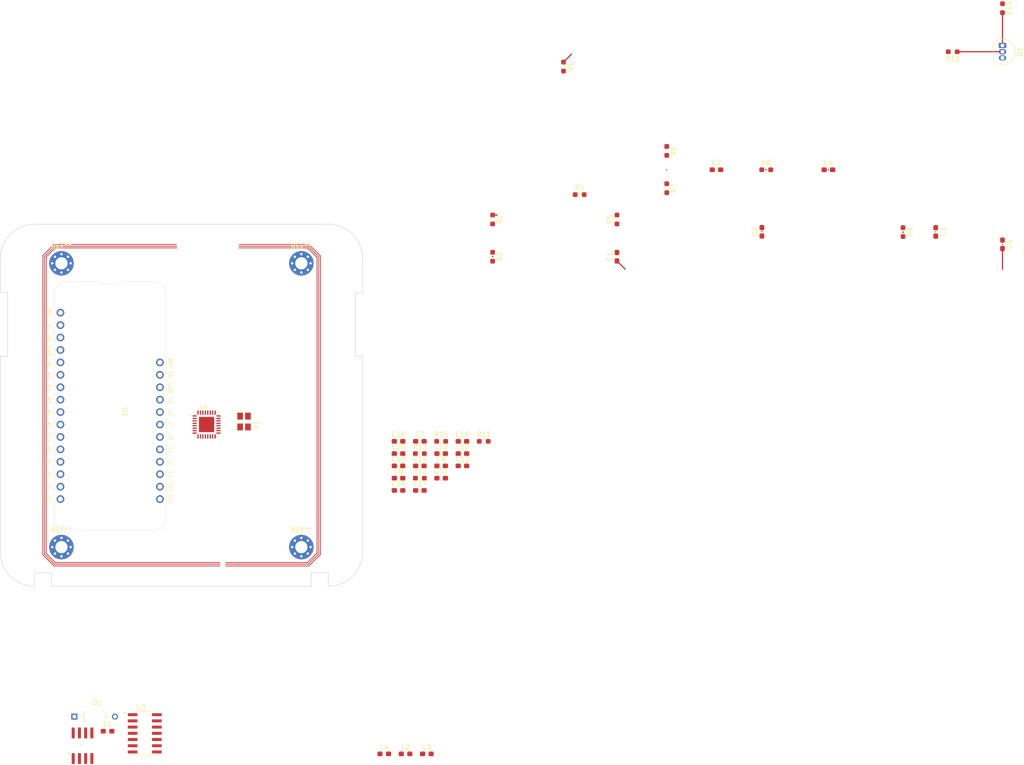
<source format=kicad_pcb>
(kicad_pcb (version 20220308) (generator pcbnew)
  (layers (0 "F.Cu" signal) (31 "B.Cu" signal) (34 "B.Paste" user) (35 "F.Paste" user) (36 "B.SilkS" user "B.Silkscreen") (37 "F.SilkS" user "F.Silkscreen") (38 "B.Mask" user) (39 "F.Mask" user) (44 "Edge.Cuts" user))
  (net 0 "")
  (net 1 "GND")
  (net 2 "Net-(C1-Pad2)")
  (net 3 "Net-(U3A-+)")
  (net 4 "Net-(C2-Pad2)")
  (net 5 "Net-(C4-Pad1)")
  (net 6 "Net-(D1-A)")
  (net 7 "Net-(D1-K)")
  (net 8 "Net-(U4-OSCIN)")
  (net 9 "Net-(U4-OSCOUT)")
  (net 10 "Net-(C11-Pad2)")
  (net 11 "Net-(U4-TVSS)")
  (net 12 "Net-(C10-Pad2)")
  (net 13 "Net-(C11-Pad1)")
  (net 14 "Net-(C13-Pad1)")
  (net 15 "Net-(U4-VMID)")
  (net 16 "Net-(U4-RX)")
  (net 17 "+3V3")
  (net 18 "/Low Frequency RF/LF_RF_RX")
  (net 19 "Net-(U2A--)")
  (net 20 "Net-(U2A-+)")
  (net 21 "Net-(U3A--)")
  (net 22 "/Low Frequency RF/LF_RF_TX")
  (net 23 "Net-(U4-I2C)")
  (net 24 "Net-(L4-Pad1)")
  (net 25 "Net-(L4-Pad2)")
  (net 26 "+5V")
  (net 27 "Net-(Q1-C)")
  (net 28 "Net-(Q1-B)")
  (net 29 "Net-(Q1-E)")
  (net 30 "/IRQ")
  (net 31 "/High Frequency RF/SCK")
  (net 32 "/High Frequency RF/MOSI")
  (net 33 "/High Frequency RF/MISO")
  (net 34 "/High Frequency RF/CS")
  (net 35 "/High Frequency RF/RST")
  (net 36 "Net-(U4-TX1)")
  (net 37 "Net-(U4-TX2)")
  (footprint "Resistor_SMD:R_0603_1608Metric_Pad0.98x0.95mm_HandSolder" (layer "F.Cu") (at 198.119999 52.029493 -90)
    (fp_text reference "R6" (at 0 -1.43 90) (layer "F.SilkS"))
    (fp_text value "1 MΩ")
    (pad "1" smd roundrect (at -0.9125 0 270) (size 0.975 0.95) (layers "F.Cu" "F.Paste" "F.Mask") (net 17 "+3V3"))
    (pad "2" smd roundrect (at 0.9125 0 270) (size 0.975 0.95) (layers "F.Cu" "F.Paste" "F.Mask") (net 3 "Net-(U3A-+)"))
  )
  (footprint "Capacitor_SMD:C_0603_1608Metric_Pad1.08x0.95mm_HandSolder" (layer "F.Cu") (at 147.7 116.4)
    (fp_text reference "C14" (at 0 -1.43) (layer "F.SilkS"))
    (fp_text value "C")
    (pad "1" smd roundrect (at -0.8625 0) (size 1.075 0.95) (layers "F.Cu" "F.Paste" "F.Mask") (net 14 "Net-(C13-Pad1)"))
    (pad "2" smd roundrect (at 0.8625 0) (size 1.075 0.95) (layers "F.Cu" "F.Paste" "F.Mask") (net 12 "Net-(C10-Pad2)"))
  )
  (footprint "ZenerDiodes:DIOAD829W49L456D191" (layer "F.Cu") (at 81.28 167.64)
    (fp_text reference "D1" (at 0.612145 -2.843205) (layer "F.SilkS") (effects (font (size 1.000102 1.000102))))
    (fp_text value "1N4148")
    (pad "A" thru_hole circle locked (at 4.146 0) (size 1.238 1.238) (drill 0.73) (layers *.Cu *.Mask))
    (pad "C" thru_hole rect locked (at -4.146 0) (size 1.238 1.238) (drill 0.73) (layers *.Cu *.Mask))
  )
  (footprint "Resistor_SMD:R_0603_1608Metric_Pad0.98x0.95mm_HandSolder" (layer "F.Cu") (at 162.56 73.66 -90)
    (fp_text reference "R3" (at 0 -1.43 90) (layer "F.SilkS"))
    (fp_text value "120 kΩ" hide)
    (pad "1" smd roundrect (at -0.9125 0 270) (size 0.975 0.95) (layers "F.Cu" "F.Paste" "F.Mask") (net 19 "Net-(U2A--)"))
    (pad "2" smd roundrect (at 0.9125 0 270) (size 0.975 0.95) (layers "F.Cu" "F.Paste" "F.Mask") (net 1 "GND"))
  )
  (footprint "Capacitor_SMD:C_0603_1608Metric_Pad1.08x0.95mm_HandSolder" (layer "F.Cu") (at 156.4 111.38)
    (fp_text reference "C16" (at 0 -1.43) (layer "F.SilkS"))
    (fp_text value "C")
    (pad "1" smd roundrect (at -0.8625 0) (size 1.075 0.95) (layers "F.Cu" "F.Paste" "F.Mask") (net 14 "Net-(C13-Pad1)"))
    (pad "2" smd roundrect (at 0.8625 0) (size 1.075 0.95) (layers "F.Cu" "F.Paste" "F.Mask") (net 11 "Net-(U4-TVSS)"))
  )
  (footprint "Resistor_SMD:R_0603_1608Metric_Pad0.98x0.95mm_HandSolder" (layer "F.Cu") (at 198.119999 59.649493 -90)
    (fp_text reference "R7" (at 0 -1.43 90) (layer "F.SilkS"))
    (fp_text value "100 kΩ")
    (pad "1" smd roundrect (at -0.9125 0 270) (size 0.975 0.95) (layers "F.Cu" "F.Paste" "F.Mask") (net 3 "Net-(U3A-+)"))
    (pad "2" smd roundrect (at 0.9125 0 270) (size 0.975 0.95) (layers "F.Cu" "F.Paste" "F.Mask") (net 1 "GND"))
  )
  (footprint "Inductor_SMD:L_0603_1608Metric_Pad1.05x0.95mm_HandSolder" (layer "F.Cu") (at 83.915 170.63)
    (fp_text reference "L1" (at 0 -1.43) (layer "F.SilkS"))
    (fp_text value "162 µH")
    (pad "1" smd roundrect (at -0.875 0) (size 1.05 0.95) (layers "F.Cu" "F.Paste" "F.Mask") (net 7 "Net-(D1-K)"))
    (pad "2" smd roundrect (at 0.875 0) (size 1.05 0.95) (layers "F.Cu" "F.Paste" "F.Mask") (net 29 "Net-(Q1-E)"))
  )
  (footprint "Resistor_SMD:R_0603_1608Metric_Pad0.98x0.95mm_HandSolder" (layer "F.Cu") (at 180.34 60.96)
    (fp_text reference "R4" (at 0 -1.43) (layer "F.SilkS"))
    (fp_text value "3.3 kΩ")
    (pad "1" smd roundrect (at -0.9125 0) (size 0.975 0.95) (layers "F.Cu" "F.Paste" "F.Mask") (net 20 "Net-(U2A-+)"))
    (pad "2" smd roundrect (at 0.9125 0) (size 0.975 0.95) (layers "F.Cu" "F.Paste" "F.Mask") (net 21 "Net-(U3A--)"))
  )
  (footprint "Capacitor_SMD:C_0603_1608Metric_Pad1.08x0.95mm_HandSolder" (layer "F.Cu") (at 147.7 111.38)
    (fp_text reference "C7" (at 0 -1.43) (layer "F.SilkS"))
    (fp_text value "C")
    (pad "1" smd roundrect (at -0.8625 0) (size 1.075 0.95) (layers "F.Cu" "F.Paste" "F.Mask") (net 8 "Net-(U4-OSCIN)"))
    (pad "2" smd roundrect (at 0.8625 0) (size 1.075 0.95) (layers "F.Cu" "F.Paste" "F.Mask") (net 1 "GND"))
  )
  (footprint "Resistor_SMD:R_0603_1608Metric_Pad0.98x0.95mm_HandSolder" (layer "F.Cu") (at 147.7 113.89)
    (fp_text reference "R13" (at 0 -1.43) (layer "F.SilkS"))
    (fp_text value "10k")
    (pad "1" smd roundrect (at -0.9125 0) (size 0.975 0.95) (layers "F.Cu" "F.Paste" "F.Mask") (net 25 "Net-(L4-Pad2)"))
    (pad "2" smd roundrect (at 0.9125 0) (size 0.975 0.95) (layers "F.Cu" "F.Paste" "F.Mask") (net 14 "Net-(C13-Pad1)"))
  )
  (footprint "Resistor_SMD:R_0603_1608Metric_Pad0.98x0.95mm_HandSolder" (layer "F.Cu") (at 266.7 22.86 -90)
    (fp_text reference "R14" (at 0 -1.43 90) (layer "F.SilkS"))
    (fp_text value "56Ω")
    (pad "1" smd roundrect (at -0.9125 0 270) (size 0.975 0.95) (layers "F.Cu" "F.Paste" "F.Mask") (net 26 "+5V"))
    (pad "2" smd roundrect (at 0.9125 0 270) (size 0.975 0.95) (layers "F.Cu" "F.Paste" "F.Mask") (net 27 "Net-(Q1-C)"))
  )
  (footprint "Capacitor_SMD:C_0603_1608Metric_Pad1.08x0.95mm_HandSolder" (layer "F.Cu") (at 143.35 121.42)
    (fp_text reference "C19" (at 0 -1.43) (layer "F.SilkS"))
    (fp_text value "C")
    (pad "1" smd roundrect (at -0.8625 0) (size 1.075 0.95) (layers "F.Cu" "F.Paste" "F.Mask") (net 15 "Net-(U4-VMID)"))
    (pad "2" smd roundrect (at 0.8625 0) (size 1.075 0.95) (layers "F.Cu" "F.Paste" "F.Mask") (net 1 "GND"))
  )
  (footprint "MountingHole:MountingHole_2.5mm_Pad_Via" (layer "F.Cu") (at 123.5 75)
    (fp_text reference "REF**" (at 0 -3.5) (layer "F.SilkS"))
    (fp_text value "MountingHole_2.5mm_Pad_Via")
    (pad "1" thru_hole circle locked (at -1.875 0) (size 0.8 0.8) (drill 0.5) (layers *.Cu *.Mask))
    (pad "1" thru_hole circle locked (at -1.325825 -1.325825) (size 0.8 0.8) (drill 0.5) (layers *.Cu *.Mask))
    (pad "1" thru_hole circle locked (at -1.325825 1.325825) (size 0.8 0.8) (drill 0.5) (layers *.Cu *.Mask))
    (pad "1" thru_hole circle locked (at 0 -1.875) (size 0.8 0.8) (drill 0.5) (layers *.Cu *.Mask))
    (pad "1" thru_hole circle locked (at 0 0) (size 5 5) (drill 2.5) (layers *.Cu *.Mask))
    (pad "1" thru_hole circle locked (at 0 1.875) (size 0.8 0.8) (drill 0.5) (layers *.Cu *.Mask))
    (pad "1" thru_hole circle locked (at 1.325825 -1.325825) (size 0.8 0.8) (drill 0.5) (layers *.Cu *.Mask))
    (pad "1" thru_hole circle locked (at 1.325825 1.325825) (size 0.8 0.8) (drill 0.5) (layers *.Cu *.Mask))
    (pad "1" thru_hole circle locked (at 1.875 0) (size 0.8 0.8) (drill 0.5) (layers *.Cu *.Mask))
  )
  (footprint "Capacitor_SMD:C_0603_1608Metric_Pad1.08x0.95mm_HandSolder" (layer "F.Cu") (at 143.35 111.38)
    (fp_text reference "C10" (at 0 -1.43) (layer "F.SilkS"))
    (fp_text value "C")
    (pad "1" smd roundrect (at -0.8625 0) (size 1.075 0.95) (layers "F.Cu" "F.Paste" "F.Mask") (net 11 "Net-(U4-TVSS)"))
    (pad "2" smd roundrect (at 0.8625 0) (size 1.075 0.95) (layers "F.Cu" "F.Paste" "F.Mask") (net 12 "Net-(C10-Pad2)"))
  )
  (footprint "DualComparator_LM393:SO08" (layer "F.Cu") (at 78.8065 173.5961)
    (fp_text reference "U2" (at -0.25423 -0.203384) (layer "F.SilkS") (effects (font (size 0.32029 0.32029))))
    (fp_text value "LM393")
    (pad "1" smd rect locked (at -1.905 2.6162) (size 0.6096 2.2098) (layers "F.Cu" "F.Paste" "F.Mask") (net 18 "/Low Frequency RF/LF_RF_RX"))
    (pad "2" smd rect locked (at -0.635 2.6162) (size 0.6096 2.2098) (layers "F.Cu" "F.Paste" "F.Mask") (net 19 "Net-(U2A--)"))
    (pad "3" smd rect locked (at 0.635 2.6162) (size 0.6096 2.2098) (layers "F.Cu" "F.Paste" "F.Mask") (net 20 "Net-(U2A-+)"))
    (pad "4" smd rect locked (at 1.905 2.6162) (size 0.6096 2.2098) (layers "F.Cu" "F.Paste" "F.Mask"))
    (pad "5" smd rect locked (at 1.905 -2.6162) (size 0.6096 2.2098) (layers "F.Cu" "F.Paste" "F.Mask"))
    (pad "6" smd rect locked (at 0.635 -2.6162) (size 0.6096 2.2098) (layers "F.Cu" "F.Paste" "F.Mask"))
    (pad "7" smd rect locked (at -0.635 -2.6162) (size 0.6096 2.2098) (layers "F.Cu" "F.Paste" "F.Mask"))
    (pad "8" smd rect locked (at -1.905 -2.6162) (size 0.6096 2.2098) (layers "F.Cu" "F.Paste" "F.Mask"))
  )
  (footprint "Resistor_SMD:R_0603_1608Metric_Pad0.98x0.95mm_HandSolder" (layer "F.Cu") (at 160.75 111.38)
    (fp_text reference "R11" (at 0 -1.43) (layer "F.SilkS"))
    (fp_text value "10k")
    (pad "1" smd roundrect (at -0.9125 0) (size 0.975 0.95) (layers "F.Cu" "F.Paste" "F.Mask") (net 17 "+3V3"))
    (pad "2" smd roundrect (at 0.9125 0) (size 0.975 0.95) (layers "F.Cu" "F.Paste" "F.Mask") (net 23 "Net-(U4-I2C)"))
  )
  (footprint "Inductor_SMD:L_0603_1608Metric_Pad1.05x0.95mm_HandSolder" (layer "F.Cu") (at 149.13 175.26)
    (fp_text reference "L3" (at 0 -1.43) (layer "F.SilkS"))
    (fp_text value "INDUCTOR")
    (pad "1" smd roundrect (at -0.875 0) (size 1.05 0.95) (layers "F.Cu" "F.Paste" "F.Mask") (net 37 "Net-(U4-TX2)"))
    (pad "2" smd roundrect (at 0.875 0) (size 1.05 0.95) (layers "F.Cu" "F.Paste" "F.Mask") (net 12 "Net-(C10-Pad2)"))
  )
  (footprint "Capacitor_SMD:C_0603_1608Metric_Pad1.08x0.95mm_HandSolder" (layer "F.Cu") (at 143.35 118.91)
    (fp_text reference "C8" (at 0 -1.43) (layer "F.SilkS"))
    (fp_text value "C")
    (pad "1" smd roundrect (at -0.8625 0) (size 1.075 0.95) (layers "F.Cu" "F.Paste" "F.Mask") (net 9 "Net-(U4-OSCOUT)"))
    (pad "2" smd roundrect (at 0.8625 0) (size 1.075 0.95) (layers "F.Cu" "F.Paste" "F.Mask") (net 1 "GND"))
  )
  (footprint "Inductor_SMD:L_0603_1608Metric_Pad1.05x0.95mm_HandSolder" (layer "F.Cu") (at 140.43 175.26)
    (fp_text reference "L4" (at 0 -1.43) (layer "F.SilkS"))
    (fp_text value "INDUCTOR")
    (pad "1" smd roundrect (at -0.875 0) (size 1.05 0.95) (layers "F.Cu" "F.Paste" "F.Mask") (net 24 "Net-(L4-Pad1)"))
    (pad "2" smd roundrect (at 0.875 0) (size 1.05 0.95) (layers "F.Cu" "F.Paste" "F.Mask") (net 25 "Net-(L4-Pad2)"))
  )
  (footprint "Capacitor_SMD:C_0603_1608Metric_Pad1.08x0.95mm_HandSolder" (layer "F.Cu") (at 147.7 121.42)
    (fp_text reference "C17" (at 0 -1.43) (layer "F.SilkS"))
    (fp_text value "C")
    (pad "1" smd roundrect (at -0.8625 0) (size 1.075 0.95) (layers "F.Cu" "F.Paste" "F.Mask") (net 11 "Net-(U4-TVSS)"))
    (pad "2" smd roundrect (at 0.8625 0) (size 1.075 0.95) (layers "F.Cu" "F.Paste" "F.Mask") (net 13 "Net-(C11-Pad1)"))
  )
  (footprint "Capacitor_SMD:C_0603_1608Metric_Pad1.08x0.95mm_HandSolder" (layer "F.Cu") (at 152.05 113.89)
    (fp_text reference "C18" (at 0 -1.43) (layer "F.SilkS"))
    (fp_text value "C")
    (pad "1" smd roundrect (at -0.8625 0) (size 1.075 0.95) (layers "F.Cu" "F.Paste" "F.Mask") (net 14 "Net-(C13-Pad1)"))
    (pad "2" smd roundrect (at 0.8625 0) (size 1.075 0.95) (layers "F.Cu" "F.Paste" "F.Mask") (net 11 "Net-(U4-TVSS)"))
  )
  (footprint "Capacitor_SMD:C_0603_1608Metric_Pad1.08x0.95mm_HandSolder" (layer "F.Cu") (at 231.14 55.88)
    (fp_text reference "C4" (at 0 -1.43) (layer "F.SilkS"))
    (fp_text value "22 nF")
    (pad "1" smd roundrect (at -0.8625 0) (size 1.075 0.95) (layers "F.Cu" "F.Paste" "F.Mask") (net 5 "Net-(C4-Pad1)"))
    (pad "2" smd roundrect (at 0.8625 0) (size 1.075 0.95) (layers "F.Cu" "F.Paste" "F.Mask") (net 6 "Net-(D1-A)"))
  )
  (footprint "Resistor_SMD:R_0603_1608Metric_Pad0.98x0.95mm_HandSolder" (layer "F.Cu") (at 256.54 31.762694 180)
    (fp_text reference "R10" (at 0 -1.43) (layer "F.SilkS"))
    (fp_text value "1 kΩ")
    (pad "1" smd roundrect (at -0.9125 0 180) (size 0.975 0.95) (layers "F.Cu" "F.Paste" "F.Mask") (net 28 "Net-(Q1-B)"))
    (pad "2" smd roundrect locked (at 0.9125 0 180) (size 0.975 0.95) (layers "F.Cu" "F.Paste" "F.Mask") (net 22 "/Low Frequency RF/LF_RF_TX"))
  )
  (footprint "Resistor_SMD:R_0603_1608Metric_Pad0.98x0.95mm_HandSolder" (layer "F.Cu") (at 147.7 118.91)
    (fp_text reference "R12" (at 0 -1.43) (layer "F.SilkS"))
    (fp_text value "10k")
    (pad "1" smd roundrect (at -0.9125 0) (size 0.975 0.95) (layers "F.Cu" "F.Paste" "F.Mask") (net 24 "Net-(L4-Pad1)"))
    (pad "2" smd roundrect (at 0.9125 0) (size 0.975 0.95) (layers "F.Cu" "F.Paste" "F.Mask") (net 13 "Net-(C11-Pad1)"))
  )
  (footprint "MountingHole:MountingHole_2.5mm_Pad_Via" (layer "F.Cu") (at 74.5 133)
    (fp_text reference "REF**" (at 0 -3.5) (layer "F.SilkS"))
    (fp_text value "MountingHole_2.5mm_Pad_Via")
    (pad "1" thru_hole circle locked (at -1.875 0) (size 0.8 0.8) (drill 0.5) (layers *.Cu *.Mask))
    (pad "1" thru_hole circle locked (at -1.325825 -1.325825) (size 0.8 0.8) (drill 0.5) (layers *.Cu *.Mask))
    (pad "1" thru_hole circle locked (at -1.325825 1.325825) (size 0.8 0.8) (drill 0.5) (layers *.Cu *.Mask))
    (pad "1" thru_hole circle locked (at 0 -1.875) (size 0.8 0.8) (drill 0.5) (layers *.Cu *.Mask))
    (pad "1" thru_hole circle locked (at 0 0) (size 5 5) (drill 2.5) (layers *.Cu *.Mask))
    (pad "1" thru_hole circle locked (at 0 1.875) (size 0.8 0.8) (drill 0.5) (layers *.Cu *.Mask))
    (pad "1" thru_hole circle locked (at 1.325825 -1.325825) (size 0.8 0.8) (drill 0.5) (layers *.Cu *.Mask))
    (pad "1" thru_hole circle locked (at 1.325825 1.325825) (size 0.8 0.8) (drill 0.5) (layers *.Cu *.Mask))
    (pad "1" thru_hole circle locked (at 1.875 0) (size 0.8 0.8) (drill 0.5) (layers *.Cu *.Mask))
  )
  (footprint "Capacitor_SMD:C_0603_1608Metric_Pad1.08x0.95mm_HandSolder" (layer "F.Cu") (at 152.05 118.91)
    (fp_text reference "C11" (at 0 -1.43) (layer "F.SilkS"))
    (fp_text value "C")
    (pad "1" smd roundrect (at -0.8625 0) (size 1.075 0.95) (layers "F.Cu" "F.Paste" "F.Mask") (net 13 "Net-(C11-Pad1)"))
    (pad "2" smd roundrect (at 0.8625 0) (size 1.075 0.95) (layers "F.Cu" "F.Paste" "F.Mask") (net 10 "Net-(C11-Pad2)"))
  )
  (footprint "MIFARE:QFN50P500X500X100-33N" (layer "F.Cu") (at 104.14 107.95)
    (fp_text reference "U4" (at -0.58 -3.608) (layer "F.SilkS") (effects (font (size 0.8 0.8))))
    (fp_text value "MFRC522")
    (pad "1" smd roundrect locked (at -2.435 -1.75) (size 0.86 0.26) (layers "F.Cu" "F.Paste" "F.Mask") (roundrect_rratio 0.03) (net 23 "Net-(U4-I2C)"))
    (pad "2" smd roundrect locked (at -2.435 -1.25) (size 0.86 0.26) (layers "F.Cu" "F.Paste" "F.Mask") (roundrect_rratio 0.03) (net 17 "+3V3"))
    (pad "3" smd roundrect locked (at -2.435 -0.75) (size 0.86 0.26) (layers "F.Cu" "F.Paste" "F.Mask") (roundrect_rratio 0.03) (net 17 "+3V3"))
    (pad "4" smd roundrect locked (at -2.435 -0.25) (size 0.86 0.26) (layers "F.Cu" "F.Paste" "F.Mask") (roundrect_rratio 0.03) (net 1 "GND"))
    (pad "5" smd roundrect locked (at -2.435 0.25) (size 0.86 0.26) (layers "F.Cu" "F.Paste" "F.Mask") (roundrect_rratio 0.03) (net 1 "GND"))
    (pad "6" smd roundrect locked (at -2.435 0.75) (size 0.86 0.26) (layers "F.Cu" "F.Paste" "F.Mask") (roundrect_rratio 0.03) (net 35 "/High Frequency RF/RST"))
    (pad "7" smd roundrect locked (at -2.435 1.25) (size 0.86 0.26) (layers "F.Cu" "F.Paste" "F.Mask") (roundrect_rratio 0.03))
    (pad "8" smd roundrect locked (at -2.435 1.75) (size 0.86 0.26) (layers "F.Cu" "F.Paste" "F.Mask") (roundrect_rratio 0.03))
    (pad "9" smd roundrect locked (at -1.75 2.435 90) (size 0.86 0.26) (layers "F.Cu" "F.Paste" "F.Mask") (roundrect_rratio 0.03))
    (pad "10" smd roundrect locked (at -1.25 2.435 90) (size 0.86 0.26) (layers "F.Cu" "F.Paste" "F.Mask") (roundrect_rratio 0.03) (net 11 "Net-(U4-TVSS)"))
    (pad "11" smd roundrect locked (at -0.75 2.435 90) (size 0.86 0.26) (layers "F.Cu" "F.Paste" "F.Mask") (roundrect_rratio 0.03) (net 36 "Net-(U4-TX1)"))
    (pad "12" smd roundrect locked (at -0.25 2.435 90) (size 0.86 0.26) (layers "F.Cu" "F.Paste" "F.Mask") (roundrect_rratio 0.03) (net 17 "+3V3"))
    (pad "13" smd roundrect locked (at 0.25 2.435 90) (size 0.86 0.26) (layers "F.Cu" "F.Paste" "F.Mask") (roundrect_rratio 0.03) (net 37 "Net-(U4-TX2)"))
    (pad "14" smd roundrect locked (at 0.75 2.435 90) (size 0.86 0.26) (layers "F.Cu" "F.Paste" "F.Mask") (roundrect_rratio 0.03) (net 1 "GND"))
    (pad "15" smd roundrect locked (at 1.25 2.435 90) (size 0.86 0.26) (layers "F.Cu" "F.Paste" "F.Mask") (roundrect_rratio 0.03) (net 17 "+3V3"))
    (pad "16" smd roundrect locked (at 1.75 2.435 90) (size 0.86 0.26) (layers "F.Cu" "F.Paste" "F.Mask") (roundrect_rratio 0.03) (net 15 "Net-(U4-VMID)"))
    (pad "17" smd roundrect locked (at 2.435 1.75 180) (size 0.86 0.26) (layers "F.Cu" "F.Paste" "F.Mask") (roundrect_rratio 0.03) (net 16 "Net-(U4-RX)"))
    (pad "18" smd roundrect locked (at 2.435 1.25 180) (size 0.86 0.26) (layers "F.Cu" "F.Paste" "F.Mask") (roundrect_rratio 0.03) (net 1 "GND"))
    (pad "19" smd roundrect locked (at 2.435 0.75 180) (size 0.86 0.26) (layers "F.Cu" "F.Paste" "F.Mask") (roundrect_rratio 0.03))
    (pad "20" smd roundrect locked (at 2.435 0.25 180) (size 0.86 0.26) (layers "F.Cu" "F.Paste" "F.Mask") (roundrect_rratio 0.03))
    (pad "21" smd roundrect locked (at 2.435 -0.25 180) (size 0.86 0.26) (layers "F.Cu" "F.Paste" "F.Mask") (roundrect_rratio 0.03) (net 8 "Net-(U4-OSCIN)"))
    (pad "22" smd roundrect locked (at 2.435 -0.75 180) (size 0.86 0.26) (layers "F.Cu" "F.Paste" "F.Mask") (roundrect_rratio 0.03) (net 9 "Net-(U4-OSCOUT)"))
    (pad "23" smd roundrect locked (at 2.435 -1.25 180) (size 0.86 0.26) (layers "F.Cu" "F.Paste" "F.Mask") (roundrect_rratio 0.03))
    (pad "24" smd roundrect locked (at 2.435 -1.75 180) (size 0.86 0.26) (layers "F.Cu" "F.Paste" "F.Mask") (roundrect_rratio 0.03) (net 34 "/High Frequency RF/CS"))
    (pad "25" smd roundrect locked (at 1.75 -2.435 270) (size 0.86 0.26) (layers "F.Cu" "F.Paste" "F.Mask") (roundrect_rratio 0.03))
    (pad "26" smd roundrect locked (at 1.25 -2.435 270) (size 0.86 0.26) (layers "F.Cu" "F.Paste" "F.Mask") (roundrect_rratio 0.03))
    (pad "27" smd roundrect locked (at 0.75 -2.435 270) (size 0.86 0.26) (layers "F.Cu" "F.Paste" "F.Mask") (roundrect_rratio 0.03))
    (pad "28" smd roundrect locked (at 0.25 -2.435 270) (size 0.86 0.26) (layers "F.Cu" "F.Paste" "F.Mask") (roundrect_rratio 0.03))
    (pad "29" smd roundrect locked (at -0.25 -2.435 270) (size 0.86 0.26) (layers "F.Cu" "F.Paste" "F.Mask") (roundrect_rratio 0.03) (net 31 "/High Frequency RF/SCK"))
    (pad "30" smd roundrect locked (at -0.75 -2.435 270) (size 0.86 0.26) (layers "F.Cu" "F.Paste" "F.Mask") (roundrect_rratio 0.03) (net 32 "/High Frequency RF/MOSI"))
    (pad "31" smd roundrect locked (at -1.25 -2.435 270) (size 0.86 0.26) (layers "F.Cu" "F.Paste" "F.Mask") (roundrect_rratio 0.03) (net 33 "/High Frequency RF/MISO"))
    (pad "32" smd roundrect locked (at -1.75 -2.435 270) (size 0.86 0.26) (layers "F.Cu" "F.Paste" "F.Mask") (roundrect_rratio 0.03) (net 1 "GND"))
    (pad "33" smd rect locked (at 0 0) (size 3.1 3.1) (layers "F.Cu" "F.Mask"))
  )
  (footprint "Capacitor_SMD:C_0603_1608Metric_Pad1.08x0.95mm_HandSolder" (layer "F.Cu") (at 143.35 116.4)
    (fp_text reference "C15" (at 0 -1.43) (layer "F.SilkS"))
    (fp_text value "C")
    (pad "1" smd roundrect (at -0.8625 0) (size 1.075 0.95) (layers "F.Cu" "F.Paste" "F.Mask") (net 11 "Net-(U4-TVSS)"))
    (pad "2" smd roundrect (at 0.8625 0) (size 1.075 0.95) (layers "F.Cu" "F.Paste" "F.Mask") (net 13 "Net-(C11-Pad1)"))
  )
  (footprint "Capacitor_SMD:C_0603_1608Metric_Pad1.08x0.95mm_HandSolder" (layer "F.Cu") (at 217.556486 68.556999 90)
    (fp_text reference "C3" (at 0 -1.43 90) (layer "F.SilkS"))
    (fp_text value "1 nF")
    (pad "1" smd roundrect (at -0.8625 0 90) (size 1.075 0.95) (layers "F.Cu" "F.Paste" "F.Mask") (net 1 "GND"))
    (pad "2" smd roundrect (at 0.8625 0 90) (size 1.075 0.95) (layers "F.Cu" "F.Paste" "F.Mask") (net 4 "Net-(C2-Pad2)"))
  )
  (footprint "Resistor_SMD:R_0603_1608Metric_Pad0.98x0.95mm_HandSolder" (layer "F.Cu") (at 177.038 34.798 -90)
    (fp_text reference "R1" (at 0 -1.43 90) (layer "F.SilkS"))
    (fp_text value "22 kΩ")
    (pad "1" smd roundrect (at -0.9125 0 270) (size 0.975 0.95) (layers "F.Cu" "F.Paste" "F.Mask") (net 17 "+3V3"))
    (pad "2" smd roundrect (at 0.9125 0 270) (size 0.975 0.95) (layers "F.Cu" "F.Paste" "F.Mask") (net 18 "/Low Frequency RF/LF_RF_RX"))
  )
  (footprint "Footprint Library:Crystal_SMD_3225-4Pin_3.2x2.5mm_HandSoldering" (layer "F.Cu") (at 111.76 107.315 -90)
    (fp_text reference "Y1" (at 0.6858 -2.6322 90) (layer "F.SilkS"))
    (fp_text value "Crystal")
    (pad "1" smd rect (at -1.069 -0.8328 270) (size 1.4 1.15) (layers "F.Cu" "F.Paste" "F.Mask") (net 9 "Net-(U4-OSCOUT)"))
    (pad "2" smd rect (at 1.131 -0.8328 270) (size 1.4 1.15) (layers "F.Cu" "F.Paste" "F.Mask") (net 8 "Net-(U4-OSCIN)"))
    (pad "3" smd rect (at 1.131 0.7672 270) (size 1.4 1.15) (layers "F.Cu" "F.Paste" "F.Mask"))
    (pad "4" smd rect (at -1.069 0.7672 270) (size 1.4 1.15) (layers "F.Cu" "F.Paste" "F.Mask"))
  )
  (footprint "MountingHole:MountingHole_2.5mm_Pad_Via" (layer "F.Cu") (at 123.5 133)
    (fp_text reference "REF**" (at 0 -3.5) (layer "F.SilkS"))
    (fp_text value "MountingHole_2.5mm_Pad_Via")
    (pad "1" thru_hole circle locked (at -1.875 0) (size 0.8 0.8) (drill 0.5) (layers *.Cu *.Mask))
    (pad "1" thru_hole circle locked (at -1.325825 -1.325825) (size 0.8 0.8) (drill 0.5) (layers *.Cu *.Mask))
    (pad "1" thru_hole circle locked (at -1.325825 1.325825) (size 0.8 0.8) (drill 0.5) (layers *.Cu *.Mask))
    (pad "1" thru_hole circle locked (at 0 -1.875) (size 0.8 0.8) (drill 0.5) (layers *.Cu *.Mask))
    (pad "1" thru_hole circle locked (at 0 0) (size 5 5) (drill 2.5) (layers *.Cu *.Mask))
    (pad "1" thru_hole circle locked (at 0 1.875) (size 0.8 0.8) (drill 0.5) (layers *.Cu *.Mask))
    (pad "1" thru_hole circle locked (at 1.325825 -1.325825) (size 0.8 0.8) (drill 0.5) (layers *.Cu *.Mask))
    (pad "1" thru_hole circle locked (at 1.325825 1.325825) (size 0.8 0.8) (drill 0.5) (layers *.Cu *.Mask))
    (pad "1" thru_hole circle locked (at 1.875 0) (size 0.8 0.8) (drill 0.5) (layers *.Cu *.Mask))
  )
  (footprint "Inductor_SMD:L_0603_1608Metric_Pad1.05x0.95mm_HandSolder" (layer "F.Cu") (at 144.78 175.26)
    (fp_text reference "L2" (at 0 -1.43) (layer "F.SilkS"))
    (fp_text value "INDUCTOR")
    (pad "1" smd roundrect (at -0.875 0) (size 1.05 0.95) (layers "F.Cu" "F.Paste" "F.Mask") (net 36 "Net-(U4-TX1)"))
    (pad "2" smd roundrect (at 0.875 0) (size 1.05 0.95) (layers "F.Cu" "F.Paste" "F.Mask") (net 10 "Net-(C11-Pad2)"))
  )
  (footprint "Package_TO_SOT_THT:TO-92_Inline" (layer "F.Cu") (at 266.7 30.48 -90)
    (fp_text reference "Q1" (at 1.27 -3.56 90) (layer "F.SilkS"))
    (fp_text value "BC517")
    (pad "1" thru_hole rect (at 0 0 270) (size 1.05 1.5) (drill 0.75) (layers *.Cu *.Mask) (net 27 "Net-(Q1-C)"))
    (pad "2" thru_hole oval (at 1.27 0 270) (size 1.05 1.5) (drill 0.75) (layers *.Cu *.Mask) (net 28 "Net-(Q1-B)"))
    (pad "3" thru_hole oval (at 2.54 0 270) (size 1.05 1.5) (drill 0.75) (layers *.Cu *.Mask) (net 29 "Net-(Q1-E)"))
  )
  (footprint "Capacitor_SMD:C_0603_1608Metric_Pad1.08x0.95mm_HandSolder" (layer "F.Cu") (at 187.96 73.66 90)
    (fp_text reference "C1" (at 0 -1.43 90) (layer "F.SilkS"))
    (fp_text value "100 nF")
    (pad "1" smd roundrect (at -0.8625 0 90) (size 1.075 0.95) (layers "F.Cu" "F.Paste" "F.Mask") (net 1 "GND"))
    (pad "2" smd roundrect (at 0.8625 0 90) (size 1.075 0.95) (layers "F.Cu" "F.Paste" "F.Mask") (net 2 "Net-(C1-Pad2)"))
  )
  (footprint "MountingHole:MountingHole_2.5mm_Pad_Via" (layer "F.Cu") (at 74.5 75)
    (fp_text reference "REF**" (at 0 -3.5) (layer "F.SilkS"))
    (fp_text value "MountingHole_2.5mm_Pad_Via")
    (pad "1" thru_hole circle locked (at -1.875 0) (size 0.8 0.8) (drill 0.5) (layers *.Cu *.Mask))
    (pad "1" thru_hole circle locked (at -1.325825 -1.325825) (size 0.8 0.8) (drill 0.5) (layers *.Cu *.Mask))
    (pad "1" thru_hole circle locked (at -1.325825 1.325825) (size 0.8 0.8) (drill 0.5) (layers *.Cu *.Mask))
    (pad "1" thru_hole circle locked (at 0 -1.875) (size 0.8 0.8) (drill 0.5) (layers *.Cu *.Mask))
    (pad "1" thru_hole circle locked (at 0 0) (size 5 5) (drill 2.5) (layers *.Cu *.Mask))
    (pad "1" thru_hole circle locked (at 0 1.875) (size 0.8 0.8) (drill 0.5) (layers *.Cu *.Mask))
    (pad "1" thru_hole circle locked (at 1.325825 -1.325825) (size 0.8 0.8) (drill 0.5) (layers *.Cu *.Mask))
    (pad "1" thru_hole circle locked (at 1.325825 1.325825) (size 0.8 0.8) (drill 0.5) (layers *.Cu *.Mask))
    (pad "1" thru_hole circle locked (at 1.875 0) (size 0.8 0.8) (drill 0.5) (layers *.Cu *.Mask))
  )
  (footprint "GPOPAmp_LM324:SOIC127P600X175-14N" (layer "F.Cu") (at 91.515 171.055)
    (fp_text reference "U3" (at -0.795 -5.242) (layer "F.SilkS"))
    (fp_text value "LM324")
    (pad "1" smd roundrect locked (at -2.475 -3.81) (size 1.97 0.6) (layers "F.Cu" "F.Paste" "F.Mask") (roundrect_rratio 0.07) (net 20 "Net-(U2A-+)"))
    (pad "2" smd roundrect locked (at -2.475 -2.54) (size 1.97 0.6) (layers "F.Cu" "F.Paste" "F.Mask") (roundrect_rratio 0.07) (net 21 "Net-(U3A--)"))
    (pad "3" smd roundrect locked (at -2.475 -1.27) (size 1.97 0.6) (layers "F.Cu" "F.Paste" "F.Mask") (roundrect_rratio 0.07) (net 3 "Net-(U3A-+)"))
    (pad "4" smd roundrect locked (at -2.475 0) (size 1.97 0.6) (layers "F.Cu" "F.Paste" "F.Mask") (roundrect_rratio 0.07))
    (pad "5" smd roundrect locked (at -2.475 1.27) (size 1.97 0.6) (layers "F.Cu" "F.Paste" "F.Mask") (roundrect_rratio 0.07))
    (pad "6" smd roundrect locked (at -2.475 2.54) (size 1.97 0.6) (layers "F.Cu" "F.Paste" "F.Mask") (roundrect_rratio 0.07))
    (pad "7" smd roundrect locked (at -2.475 3.81) (size 1.97 0.6) (layers "F.Cu" "F.Paste" "F.Mask") (roundrect_rratio 0.07))
    (pad "8" smd roundrect locked (at 2.475 3.81) (size 1.97 0.6) (layers "F.Cu" "F.Paste" "F.Mask") (roundrect_rratio 0.07))
    (pad "9" smd roundrect locked (at 2.475 2.54) (size 1.97 0.6) (layers "F.Cu" "F.Paste" "F.Mask") (roundrect_rratio 0.07))
    (pad "10" smd roundrect locked (at 2.475 1.27) (size 1.97 0.6) (layers "F.Cu" "F.Paste" "F.Mask") (roundrect_rratio 0.07))
    (pad "11" smd roundrect locked (at 2.475 0) (size 1.97 0.6) (layers "F.Cu" "F.Paste" "F.Mask") (roundrect_rratio 0.07))
    (pad "12" smd roundrect locked (at 2.475 -1.27) (size 1.97 0.6) (layers "F.Cu" "F.Paste" "F.Mask") (roundrect_rratio 0.07))
    (pad "13" smd roundrect locked (at 2.475 -2.54) (size 1.97 0.6) (layers "F.Cu" "F.Paste" "F.Mask") (roundrect_rratio 0.07))
    (pad "14" smd roundrect locked (at 2.475 -3.81) (size 1.97 0.6) (layers "F.Cu" "F.Paste" "F.Mask") (roundrect_rratio 0.07))
  )
  (footprint "Capacitor_SMD:C_0603_1608Metric_Pad1.08x0.95mm_HandSolder" (layer "F.Cu") (at 208.28 55.88)
    (fp_text reference "C2" (at 0 -1.43) (layer "F.SilkS"))
    (fp_text value "100 nF")
    (pad "1" smd roundrect (at -0.8625 0) (size 1.075 0.95) (layers "F.Cu" "F.Paste" "F.Mask") (net 3 "Net-(U3A-+)"))
    (pad "2" smd roundrect (at 0.8625 0) (size 1.075 0.95) (layers "F.Cu" "F.Paste" "F.Mask") (net 4 "Net-(C2-Pad2)"))
  )
  (footprint "Resistor_SMD:R_0603_1608Metric_Pad0.98x0.95mm_HandSolder" (layer "F.Cu") (at 218.44 55.88)
    (fp_text reference "R8" (at 0 -1.43) (layer "F.SilkS"))
    (fp_text value "10 kΩ")
    (pad "1" smd roundrect (at -0.9125 0) (size 0.975 0.95) (layers "F.Cu" "F.Paste" "F.Mask") (net 4 "Net-(C2-Pad2)"))
    (pad "2" smd roundrect (at 0.9125 0) (size 0.975 0.95) (layers "F.Cu" "F.Paste" "F.Mask") (net 5 "Net-(C4-Pad1)"))
  )
  (footprint "Capacitor_SMD:C_0603_1608Metric_Pad1.08x0.95mm_HandSolder" (layer "F.Cu") (at 253.057861 68.58 -90)
    (fp_text reference "C5" (at 0 -1.43 90) (layer "F.SilkS"))
    (fp_text value "2.2 nF")
    (pad "1" smd roundrect (at -0.8625 0 270) (size 1.075 0.95) (layers "F.Cu" "F.Paste" "F.Mask") (net 6 "Net-(D1-A)"))
    (pad "2" smd roundrect (at 0.8625 0 270) (size 1.075 0.95) (layers "F.Cu" "F.Paste" "F.Mask") (net 1 "GND"))
  )
  (footprint "Capacitor_SMD:C_0603_1608Metric_Pad1.08x0.95mm_HandSolder" (layer "F.Cu") (at 152.05 116.4)
    (fp_text reference "C9" (at 0 -1.43) (layer "F.SilkS"))
    (fp_text value "C")
    (pad "1" smd roundrect (at -0.8625 0) (size 1.075 0.95) (layers "F.Cu" "F.Paste" "F.Mask") (net 10 "Net-(C11-Pad2)"))
    (pad "2" smd roundrect (at 0.8625 0) (size 1.075 0.95) (layers "F.Cu" "F.Paste" "F.Mask") (net 11 "Net-(U4-TVSS)"))
  )
  (footprint "Resistor_SMD:R_0603_1608Metric_Pad0.98x0.95mm_HandSolder" (layer "F.Cu") (at 152.05 111.38)
    (fp_text reference "R15" (at 0 -1.43) (layer "F.SilkS"))
    (fp_text value "10k")
    (pad "1" smd roundrect (at -0.9125 0) (size 0.975 0.95) (layers "F.Cu" "F.Paste" "F.Mask") (net 15 "Net-(U4-VMID)"))
    (pad "2" smd roundrect (at 0.9125 0) (size 0.975 0.95) (layers "F.Cu" "F.Paste" "F.Mask") (net 16 "Net-(U4-RX)"))
  )
  (footprint "Resistor_SMD:R_0603_1608Metric_Pad0.98x0.95mm_HandSolder" (layer "F.Cu") (at 246.38 68.611356 -90)
    (fp_text reference "R9" (at 0 -1.43 90) (layer "F.SilkS"))
    (fp_text value "267 kΩ")
    (pad "1" smd roundrect (at -0.9125 0 270) (size 0.975 0.95) (layers "F.Cu" "F.Paste" "F.Mask") (net 6 "Net-(D1-A)"))
    (pad "2" smd roundrect (at 0.9125 0 270) (size 0.975 0.95) (layers "F.Cu" "F.Paste" "F.Mask") (net 1 "GND"))
  )
  (footprint "Capacitor_SMD:C_0603_1608Metric_Pad1.08x0.95mm_HandSolder" (layer "F.Cu") (at 156.4 116.4)
    (fp_text reference "C13" (at 0 -1.43) (layer "F.SilkS"))
    (fp_text value "C")
    (pad "1" smd roundrect (at -0.8625 0) (size 1.075 0.95) (layers "F.Cu" "F.Paste" "F.Mask") (net 14 "Net-(C13-Pad1)"))
    (pad "2" smd roundrect (at 0.8625 0) (size 1.075 0.95) (layers "F.Cu" "F.Paste" "F.Mask") (net 12 "Net-(C10-Pad2)"))
  )
  (footprint "Capacitor_SMD:C_0603_1608Metric_Pad1.08x0.95mm_HandSolder" (layer "F.Cu") (at 266.7 71.12 -90)
    (fp_text reference "C6" (at 0 -1.43 90) (layer "F.SilkS"))
    (fp_text value "10n")
    (pad "1" smd roundrect (at -0.8625 0 270) (size 1.075 0.95) (layers "F.Cu" "F.Paste" "F.Mask") (net 7 "Net-(D1-K)"))
    (pad "2" smd roundrect (at 0.8625 0 270) (size 1.075 0.95) (layers "F.Cu" "F.Paste" "F.Mask") (net 1 "GND"))
  )
  (footprint "Resistor_SMD:R_0603_1608Metric_Pad0.98x0.95mm_HandSolder" (layer "F.Cu") (at 187.96 66.04 90)
    (fp_text reference "R5" (at 0 -1.43 90) (layer "F.SilkS"))
    (fp_text value "1 kΩ")
    (pad "1" smd roundrect (at -0.9125 0 90) (size 0.975 0.95) (layers "F.Cu" "F.Paste" "F.Mask") (net 2 "Net-(C1-Pad2)"))
    (pad "2" smd roundrect (at 0.9125 0 90) (size 0.975 0.95) (layers "F.Cu" "F.Paste" "F.Mask") (net 21 "Net-(U3A--)"))
  )
  (footprint "Capacitor_SMD:C_0603_1608Metric_Pad1.08x0.95mm_HandSolder" (layer "F.Cu") (at 143.35 113.89)
    (fp_text reference "C20" (at 0 -1.43) (layer "F.SilkS"))
    (fp_text value "C")
    (pad "1" smd roundrect (at -0.8625 0) (size 1.075 0.95) (layers "F.Cu" "F.Paste" "F.Mask") (net 10 "Net-(C11-Pad2)"))
    (pad "2" smd roundrect (at 0.8625 0) (size 1.075 0.95) (layers "F.Cu" "F.Paste" "F.Mask") (net 16 "Net-(U4-RX)"))
  )
  (footprint "Capacitor_SMD:C_0603_1608Metric_Pad1.08x0.95mm_HandSolder" (layer "F.Cu") (at 156.4 113.89)
    (fp_text reference "C12" (at 0 -1.43) (layer "F.SilkS"))
    (fp_text value "C")
    (pad "1" smd roundrect (at -0.8625 0) (size 1.075 0.95) (layers "F.Cu" "F.Paste" "F.Mask") (net 13 "Net-(C11-Pad1)"))
    (pad "2" smd roundrect (at 0.8625 0) (size 1.075 0.95) (layers "F.Cu" "F.Paste" "F.Mask") (net 10 "Net-(C11-Pad2)"))
  )
  (footprint "Resistor_SMD:R_0603_1608Metric_Pad0.98x0.95mm_HandSolder" (layer "F.Cu") (at 162.56 66.04 -90)
    (fp_text reference "R2" (at 0 -1.43 90) (layer "F.SilkS"))
    (fp_text value "330 kΩ")
    (pad "1" smd roundrect (at -0.9125 0 270) (size 0.975 0.95) (layers "F.Cu" "F.Paste" "F.Mask") (net 17 "+3V3"))
    (pad "2" smd roundrect (at 0.9125 0 270) (size 0.975 0.95) (layers "F.Cu" "F.Paste" "F.Mask") (net 19 "Net-(U2A--)"))
  )
  (footprint "Footprint Library:Adafruit Feather Huzzah 32" (layer "F.Cu") (at 84.455 105.41 -90)
    (fp_text reference "U1" (at 0 -3.04 -90 unlocked) (layer "F.SilkS"))
    (fp_text value "Adafruit_Huzzah32")
    (fp_text user "A5" (at 2.6289 12.4714 -90 unlocked) (layer "F.SilkS") (effects (font (size 0.715264 0.715264) (thickness 0.10668))))
    (fp_text user "A1" (at -7.4041 12.4714 -90 unlocked) (layer "F.SilkS") (effects (font (size 0.715264 0.715264) (thickness 0.12192))))
    (fp_text user "21" (at 17.8689 12.4714 -90 unlocked) (layer "F.SilkS") (effects (font (size 0.715264 0.715264) (thickness 0.10668))))
    (fp_text user "33" (at 5.1689 -12.2936 -90 unlocked) (layer "F.SilkS") (effects (font (size 0.715264 0.715264) (thickness 0.097536))))
    (fp_text user "SCL" (at 15.2289 -12.3136 -90 unlocked) (layer "F.SilkS") (effects (font (size 0.67056 0.67056) (thickness 0.09144))))
    (fp_text user "3V" (at -17.5641 12.4714 -90 unlocked) (layer "F.SilkS") (effects (font (size 0.715264 0.715264) (thickness 0.12192))))
    (fp_text user "RST" (at -20.2311 12.4714 -90 unlocked) (layer "F.SilkS") (effects (font (size 0.715264 0.715264) (thickness 0.12192))))
    (fp_text user "USB" (at -4.953 -12.2936 -90 unlocked) (layer "F.SilkS") (effects (font (size 0.715264 0.715264) (thickness 0.12192))))
    (fp_text user "EN" (at -7.62 -12.2936 -90 unlocked) (layer "F.SilkS") (effects (font (size 0.715264 0.715264) (thickness 0.12192))))
    (fp_text user "A2" (at -4.9911 12.4714 -90 unlocked) (layer "F.SilkS") (effects (font (size 0.715264 0.715264) (thickness 0.12192))))
    (fp_text user "15" (at 7.7089 -12.2936 -90 unlocked) (layer "F.SilkS") (effects (font (size 0.715264 0.715264) (thickness 0.097536))))
    (fp_text user "13" (at -2.4511 -12.2936 -90 unlocked) (layer "F.SilkS") (effects (font (size 0.715264 0.715264) (thickness 0.12192))))
    (fp_text user "A3" (at -2.4384 12.4714 -90 unlocked) (layer "F.SilkS") (effects (font (size 0.715264 0.715264) (thickness 0.12192))))
    (fp_text user "MI" (at 10.2489 12.4714 -90 unlocked) (layer "F.SilkS") (effects (font (size 0.715264 0.715264) (thickness 0.09144))))
    (fp_text user "A0" (at -9.8171 12.4714 -90 unlocked) (layer "F.SilkS") (effects (font (size 0.715264 0.715264) (thickness 0.12192))))
    (fp_text user "SDA" (at 17.7289 -12.2936 -90 unlocked) (layer "F.SilkS") (effects (font (size 0.715264 0.715264) (thickness 0.097536))))
    (fp_text user "TX" (at 15.3289 12.4714 -90 unlocked) (layer "F.SilkS") (effects (font (size 0.715264 0.715264) (thickness 0.09144))))
    (fp_text user "12" (at 0.0889 -12.2936 -90 unlocked) (layer "F.SilkS") (effects (font (size 0.715264 0.715264) (thickness 0.097536))))
    (fp_text user "32" (at 10.2489 -12.2936 -90 unlocked) (layer "F.SilkS") (effects (font (size 0.715264 0.715264) (thickness 0.097536))))
    (fp_text user "27" (at 2.6289 -12.2936 -90 unlocked) (layer "F.SilkS") (effects (font (size 0.715264 0.715264) (thickness 0.097536))))
    (fp_text user "SCK" (at 5.1689 12.4714 -90 unlocked) (layer "F.SilkS") (effects (font (size 0.715264 0.715264) (thickness 0.09144))))
    (fp_text user "RX" (at 12.7889 12.4714 -90 unlocked) (layer "F.SilkS") (effects (font (size 0.715264 0.715264) (thickness 0.09144))))
    (fp_text user "14" (at 12.7289 -12.3136 -90 unlocked) (layer "F.SilkS") (effects (font (size 0.715264 0.715264) (thickness 0.097536))))
    (fp_text user "MO" (at 7.7089 12.4714 -90 unlocked) (layer "F.SilkS") (effects (font (size 0.715264 0.715264) (thickness 0.094488))))
    (fp_text user "NC" (at -15.0241 12.4714 -90 unlocked) (layer "F.SilkS") (effects (font (size 0.715264 0.715264) (thickness 0.12192))))
    (fp_text user "A4" (at 0.0889 12.4714 -90 unlocked) (layer "F.SilkS") (effects (font (size 0.715264 0.715264) (thickness 0.10668))))
    (fp_text user "BAT" (at -10.16 -12.2936 -90 unlocked) (layer "F.SilkS") (effects (font (size 0.715264 0.715264) (thickness 0.12192))))
    (fp_text user "GND" (at -12.4841 12.4714 -90 unlocked) (layer "F.SilkS") (effects (font (size 0.715264 0.715264) (thickness 0.12192))))
    (fp_line (start -26.67 -8.89) (end -26.67 -2.54) (stroke (width 0.05)) (layer "Edge.Cuts"))
    (fp_line (start -26.67 -2.54) (end -26.162 -2.032) (stroke (width 0.05)) (layer "Edge.Cuts"))
    (fp_line (start -26.67 2.54) (end -26.67 8.89) (stroke (width 0.05)) (layer "Edge.Cuts"))
    (fp_line (start -26.162 -2.032) (end -26.162 2.032) (stroke (width 0.05)) (layer "Edge.Cuts"))
    (fp_line (start -26.162 2.032) (end -26.67 2.54) (stroke (width 0.05)) (layer "Edge.Cuts"))
    (fp_line (start -24.13 11.43) (end 21.59 11.43) (stroke (width 0.05)) (layer "Edge.Cuts"))
    (fp_line (start 21.59 -11.43) (end -24.13 -11.43) (stroke (width 0.05)) (layer "Edge.Cuts"))
    (fp_line (start 24.13 8.89) (end 24.13 -8.89) (stroke (width 0.05)) (layer "Edge.Cuts"))
    (fp_arc (start -26.67 -8.89) (mid -25.926051 -10.686051) (end -24.13 -11.43) (stroke (width 0.05)) (layer "Edge.Cuts"))
    (fp_arc (start -24.13 11.43) (mid -25.926051 10.686051) (end -26.67 8.89) (stroke (width 0.05)) (layer "Edge.Cuts"))
    (fp_arc (start 21.59 -11.43) (mid 23.386051 -10.686051) (end 24.13 -8.89) (stroke (width 0.05)) (layer "Edge.Cuts"))
    (fp_arc (start 24.13 8.89) (mid 23.386051 10.686051) (end 21.59 11.43) (stroke (width 0.05)) (layer "Edge.Cuts"))
    (pad "1" thru_hole circle (at -10.16 -10.16) (size 1.5748 1.5748) (drill 0.9652) (layers *.Cu *.Mask))
    (pad "1" thru_hole circle (at 17.78 10.16 180) (size 1.5748 1.5748) (drill 0.9652) (layers *.Cu *.Mask))
    (pad "2" thru_hole circle (at -7.62 -10.16) (size 1.5748 1.5748) (drill 0.9652) (layers *.Cu *.Mask))
    (pad "2" thru_hole circle (at 15.24 10.16 180) (size 1.5748 1.5748) (drill 0.9652) (layers *.Cu *.Mask))
    (pad "3" thru_hole circle (at -5.08 -10.16) (size 1.5748 1.5748) (drill 0.9652) (layers *.Cu *.Mask))
    (pad "3" thru_hole circle (at 12.7 10.16 180) (size 1.5748 1.5748) (drill 0.9652) (layers *.Cu *.Mask))
    (pad "4" thru_hole circle (at -2.54 -10.16) (size 1.5748 1.5748) (drill 0.9652) (layers *.Cu *.Mask) (net 30 "/IRQ"))
    (pad "4" thru_hole circle (at 10.16 10.16 180) (size 1.5748 1.5748) (drill 0.9652) (layers *.Cu *.Mask) (net 30 "/IRQ"))
    (pad "5" thru_hole circle (at 0 -10.16) (size 1.5748 1.5748) (drill 0.9652) (layers *.Cu *.Mask) (net 31 "/High Frequency RF/SCK"))
    (pad "5" thru_hole circle (at 7.62 10.16 180) (size 1.5748 1.5748) (drill 0.9652) (layers *.Cu *.Mask) (net 31 "/High Frequency RF/SCK"))
    (pad "6" thru_hole circle (at 2.54 -10.16) (size 1.5748 1.5748) (drill 0.9652) (layers *.Cu *.Mask))
    (pad "6" thru_hole circle (at 5.08 10.16 180) (size 1.5748 1.5748) (drill 0.9652) (layers *.Cu *.Mask))
    (pad "7" thru_hole circle (at 2.54 10.16 180) (size 1.5748 1.5748) (drill 0.9652) (layers *.Cu *.Mask))
    (pad "7" thru_hole circle (at 5.08 -10.16) (size 1.5748 1.5748) (drill 0.9652) (layers *.Cu *.Mask))
    (pad "8" thru_hole circle (at 0 10.16 180) (size 1.5748 1.5748) (drill 0.9652) (layers *.Cu *.Mask))
    (pad "8" thru_hole circle (at 7.62 -10.16) (size 1.5748 1.5748) (drill 0.9652) (layers *.Cu *.Mask))
    (pad "9" thru_hole circle (at -2.54 10.16 180) (size 1.5748 1.5748) (drill 0.9652) (layers *.Cu *.Mask))
    (pad "9" thru_hole circle (at 10.16 -10.16) (size 1.5748 1.5748) (drill 0.9652) (layers *.Cu *.Mask))
    (pad "10" thru_hole circle (at -5.08 10.16 180) (size 1.5748 1.5748) (drill 0.9652) (layers *.Cu *.Mask))
    (pad "10" thru_hole circle (at 12.7 -10.16) (size 1.5748 1.5748) (drill 0.9652) (layers *.Cu *.Mask))
    (pad "11" thru_hole circle (at -7.62 10.16 180) (size 1.5748 1.5748) (drill 0.9652) (layers *.Cu *.Mask))
    (pad "11" thru_hole circle (at 15.24 -10.16) (size 1.5748 1.5748) (drill 0.9652) (layers *.Cu *.Mask))
    (pad "12" thru_hole circle (at -10.16 10.16 180) (size 1.5748 1.5748) (drill 0.9652) (layers *.Cu *.Mask))
    (pad "12" thru_hole circle (at 17.78 -10.16) (size 1.5748 1.5748) (drill 0.9652) (layers *.Cu *.Mask))
    (pad "13" thru_hole circle (at -12.7 10.16 180) (size 1.5748 1.5748) (drill 0.9652) (layers *.Cu *.Mask))
    (pad "14" thru_hole circle (at -15.24 10.16 180) (size 1.5748 1.5748) (drill 0.9652) (layers *.Cu *.Mask))
    (pad "15" thru_hole circle (at -17.78 10.16 180) (size 1.5748 1.5748) (drill 0.9652) (layers *.Cu *.Mask))
    (pad "16" thru_hole circle (at -20.32 10.16 180) (size 1.5748 1.5748) (drill 0.9652) (layers *.Cu *.Mask))
  )
  (gr_line locked (start 125.5 138.25) (end 129 138.25) (stroke (width 0.1)) (layer "Edge.Cuts"))
  (gr_line locked (start 134.5 94) (end 136 94) (stroke (width 0.1)) (layer "Edge.Cuts"))
  (gr_line locked (start 69 138.25) (end 72.5 138.25) (stroke (width 0.1)) (layer "Edge.Cuts"))
  (gr_line locked (start 125.5 141) (end 72.5 141) (stroke (width 0.1)) (layer "Edge.Cuts"))
  (gr_line locked (start 129 138.25) (end 129 141) (stroke (width 0.1)) (layer "Edge.Cuts"))
  (gr_line locked (start 62 74) (end 62 81) (stroke (width 0.1)) (layer "Edge.Cuts"))
  (gr_arc locked (start 69 141) (mid 64.050253 138.949747) (end 62 134) (stroke (width 0.1)) (layer "Edge.Cuts"))
  (gr_line locked (start 62 94) (end 63.5 94) (stroke (width 0.1)) (layer "Edge.Cuts"))
  (gr_line locked (start 69 141) (end 69 138.25) (stroke (width 0.1)) (layer "Edge.Cuts"))
  (gr_line locked (start 72.5 138.25) (end 72.5 141) (stroke (width 0.1)) (layer "Edge.Cuts"))
  (gr_line locked (start 63.5 94) (end 63.5 81) (stroke (width 0.1)) (layer "Edge.Cuts"))
  (gr_line locked (start 136 81) (end 134.5 81) (stroke (width 0.1)) (layer "Edge.Cuts"))
  (gr_line locked (start 134.5 81) (end 134.5 94) (stroke (width 0.1)) (layer "Edge.Cuts"))
  (gr_line locked (start 125.5 141) (end 125.5 138.25) (stroke (width 0.1)) (layer "Edge.Cuts"))
  (gr_line locked (start 136 74) (end 136 81) (stroke (width 0.1)) (layer "Edge.Cuts"))
  (gr_arc locked (start 62 74) (mid 64.050253 69.050253) (end 69 67) (stroke (width 0.1)) (layer "Edge.Cuts"))
  (gr_line locked (start 136 94) (end 136 134) (stroke (width 0.1)) (layer "Edge.Cuts"))
  (gr_line locked (start 63.5 81) (end 62 81) (stroke (width 0.1)) (layer "Edge.Cuts"))
  (gr_line locked (start 62 94) (end 62 134) (stroke (width 0.1)) (layer "Edge.Cuts"))
  (gr_arc locked (start 129 67) (mid 133.949747 69.050253) (end 136 74) (stroke (width 0.1)) (layer "Edge.Cuts"))
  (gr_arc locked (start 136 134) (mid 133.949747 138.949747) (end 129 141) (stroke (width 0.1)) (layer "Edge.Cuts"))
  (gr_line locked (start 69 67) (end 129 67) (stroke (width 0.1)) (layer "Edge.Cuts"))
  (segment (start 231.14 55.88) (end 231.14048 55.88) (width 0.25) (layer "F.Cu") (net 0))
  (segment (start 110.8 71.5) (end 124.9 71.5) (width 0.1524) (layer "F.Cu") (net 0))
  (segment (start 127.4 134.5) (end 127.4 73.5) (width 0.1524) (layer "F.Cu") (net 0))
  (segment (start 231.14 55.88) (end 231.13952 55.88) (width 0.25) (layer "F.Cu") (net 0))
  (segment (start 126.7 73.8) (end 126.7 134.2) (width 0.1524) (layer "F.Cu") (net 0))
  (segment (start 127.05 134.35) (end 124.9 136.5) (width 0.1524) (layer "F.Cu") (net 0))
  (segment (start 246.38 68.58) (end 246.38 68.711836) (width 0.25) (layer "F.Cu") (net 0))
  (segment (start 124.75 71.85) (end 126.7 73.8) (width 0.1524) (layer "F.Cu") (net 0))
  (segment (start 253.057861 68.58) (end 253.057861 68.57952) (width 0.25) (layer "F.Cu") (net 0))
  (segment (start 218.44 55.88) (end 218.33952 55.88) (width 0.25) (layer "F.Cu") (net 0))
  (segment (start 108.05 136.85) (end 125.05 136.85) (width 0.1524) (layer "F.Cu") (net 0))
  (segment (start 125.05 71.15) (end 110.8 71.15) (width 0.1524) (layer "F.Cu") (net 0))
  (segment (start 124.9 71.5) (end 127.05 73.65) (width 0.1524) (layer "F.Cu") (net 0))
  (segment (start 162.56 73.66) (end 162.56 73.55952) (width 0.25) (layer "F.Cu") (net 0))
  (segment (start 266.7 71.12) (end 266.7 71.12048) (width 0.25) (layer "F.Cu") (net 0))
  (segment (start 124.75 136.15) (end 108.05 136.15) (width 0.1524) (layer "F.Cu") (net 0))
  (segment (start 110.75 71.85) (end 124.75 71.85) (width 0.1524) (layer "F.Cu") (net 0))
  (segment (start 127.4 73.5) (end 125.05 71.15) (width 0.1524) (layer "F.Cu") (net 0))
  (segment (start 127.05 73.65) (end 127.05 134.35) (width 0.1524) (layer "F.Cu") (net 0))
  (segment (start 124.9 136.5) (end 108 136.5) (width 0.1524) (layer "F.Cu") (net 0))
  (segment (start 126.7 134.2) (end 124.75 136.15) (width 0.1524) (layer "F.Cu") (net 0))
  (segment (start 125.05 136.85) (end 127.4 134.5) (width 0.1524) (layer "F.Cu") (net 0))
  (segment (start 162.61 74.5225) (end 162.56 74.5725) (width 0.25) (layer "F.Cu") (net 1))
  (segment (start 253.057861 69.4425) (end 252.976505 69.523856) (width 0.25) (layer "F.Cu") (net 1))
  (segment (start 187.96 74.5225) (end 189.6375 76.2) (width 0.25) (layer "F.Cu") (net 1))
  (segment (start 266.7 71.9825) (end 266.7 76.2) (width 0.25) (layer "F.Cu") (net 1))
  (segment (start 217.660843 69.523856) (end 217.556486 69.419499) (width 0.25) (layer "F.Cu") (net 1))
  (segment (start 198.12 55.88) (end 198.119999 55.879999) (width 0.25) (layer "F.Cu") (net 3))
  (segment (start 217.556486 67.694499) (end 217.5275 67.665513) (width 0.25) (layer "F.Cu") (net 4))
  (segment (start 217.5775 68.58) (end 217.5275 68.53) (width 0.25) (layer "F.Cu") (net 4))
  (segment (start 253.057861 67.7175) (end 253.039217 67.698856) (width 0.25) (layer "F.Cu") (net 6))
  (segment (start 162.56 65.1275) (end 163.4725 65.1275) (width 0.25) (layer "F.Cu") (net 17))
  (segment (start 178.6655 32.258) (end 177.038 33.8855) (width 0.25) (layer "F.Cu") (net 17))
  (segment (start 266.7 23.7725) (end 266.7 30.48) (width 0.25) (layer "F.Cu") (net 27))
  (segment (start 257.465194 31.75) (end 266.7 31.75) (width 0.25) (layer "F.Cu") (net 28))
  (segment (start 257.4525 31.762694) (end 257.465194 31.75) (width 0.25) (layer "F.Cu") (net 28))
  (segment (start 73.25 136.15) (end 71.4 134.3) (width 0.1524) (layer "F.Cu") (net 31))
  (segment (start 98 71.15) (end 72.95 71.15) (width 0.1524) (layer "F.Cu") (net 31))
  (segment (start 73.25 71.85) (end 98.1 71.85) (width 0.1524) (layer "F.Cu") (net 31))
  (segment (start 71.4 134.3) (end 71.4 73.7) (width 0.1524) (layer "F.Cu") (net 31))
  (segment (start 106.85 136.15) (end 73.25 136.15) (width 0.1524) (layer "F.Cu") (net 31))
  (segment (start 72.95 136.85) (end 106.85 136.85) (width 0.1524) (layer "F.Cu") (net 31))
  (segment (start 70.7 134.6) (end 72.95 136.85) (width 0.1524) (layer "F.Cu") (net 31))
  (segment (start 71.05 134.45) (end 71.05 73.55) (width 0.1524) (layer "F.Cu") (net 31))
  (segment (start 73.1 71.5) (end 98 71.5) (width 0.1524) (layer "F.Cu") (net 31))
  (segment (start 106.9 136.5) (end 73.1 136.5) (width 0.1524) (layer "F.Cu") (net 31))
  (segment (start 71.4 73.7) (end 73.25 71.85) (width 0.1524) (layer "F.Cu") (net 31))
  (segment (start 72.95 71.15) (end 70.7 73.4) (width 0.1524) (layer "F.Cu") (net 31))
  (segment (start 70.7 73.4) (end 70.7 134.6) (width 0.1524) (layer "F.Cu") (net 31))
  (segment (start 73.1 136.5) (end 71.05 134.45) (width 0.1524) (layer "F.Cu") (net 31))
  (segment (start 71.05 73.55) (end 73.1 71.5) (width 0.1524) (layer "F.Cu") (net 31))
)
</source>
